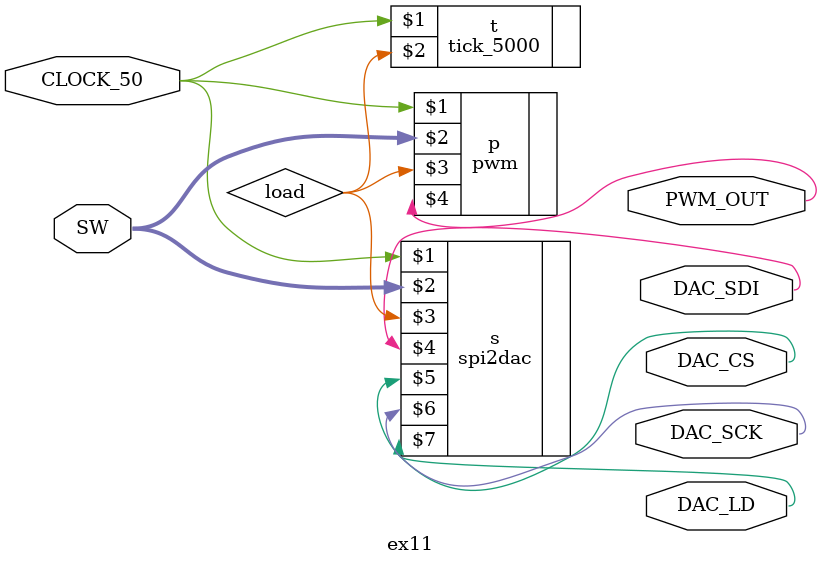
<source format=v>
module ex11(CLOCK_50, SW, DAC_CS, DAC_SDI, DAC_LD, DAC_SCK, PWM_OUT);

	input CLOCK_50;
	input [9:0] SW;
	output DAC_CS, DAC_SDI, DAC_LD, DAC_SCK, PWM_OUT;
	
	wire load;
	
	tick_5000 t(CLOCK_50, load);
	spi2dac s(CLOCK_50, SW, load, DAC_SDI, DAC_CS, DAC_SCK, DAC_LD);
	pwm p(CLOCK_50, SW, load, PWM_OUT);
	
endmodule
</source>
